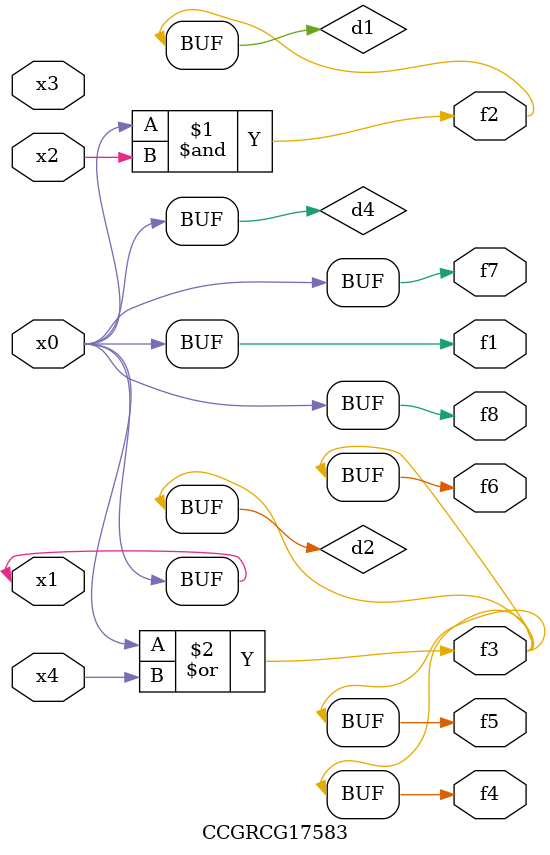
<source format=v>
module CCGRCG17583(
	input x0, x1, x2, x3, x4,
	output f1, f2, f3, f4, f5, f6, f7, f8
);

	wire d1, d2, d3, d4;

	and (d1, x0, x2);
	or (d2, x0, x4);
	nand (d3, x0, x2);
	buf (d4, x0, x1);
	assign f1 = d4;
	assign f2 = d1;
	assign f3 = d2;
	assign f4 = d2;
	assign f5 = d2;
	assign f6 = d2;
	assign f7 = d4;
	assign f8 = d4;
endmodule

</source>
